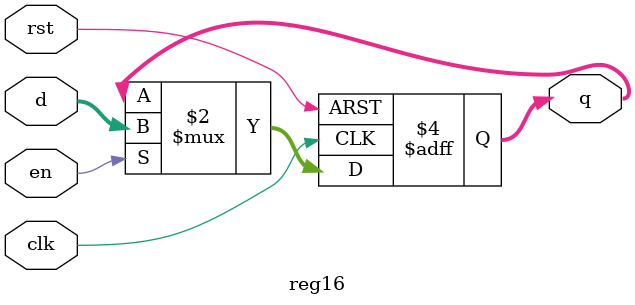
<source format=v>
module reg32 (
    input clk,    
    input rst,     
    input en,  
    input [31:0] d,       
    output reg [31:0] q         
);
    always @(posedge clk or posedge rst) begin
        if (rst)
            q <= 32'b0;         
        else if (en)
            q <= d;             
    end
endmodule

module reg16 (
    input clk,    
    input rst,     
    input en,  
    input [15:0] d,       
    output reg [15:0] q         
);
    always @(posedge clk or posedge rst) begin
        if (rst)
            q <= 16'b0;         
        else if (en)
            q <= d;             
    end
endmodule
</source>
